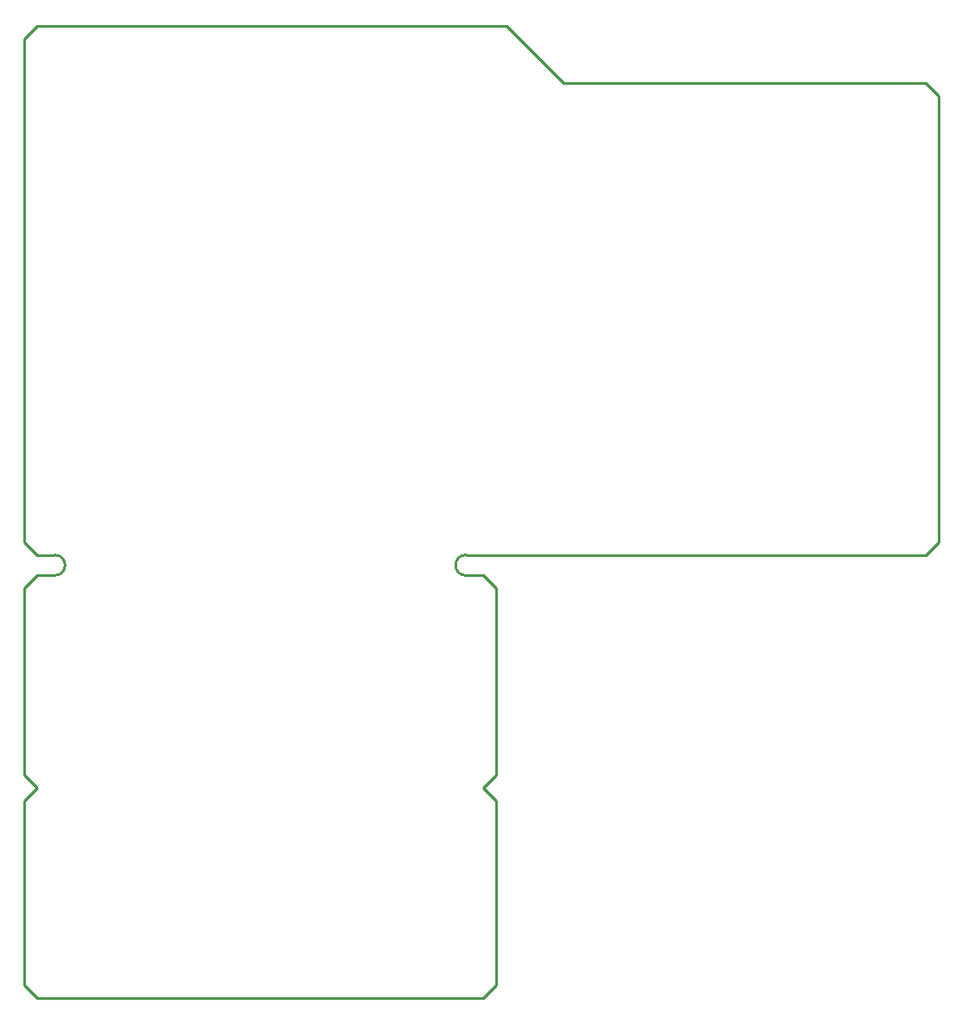
<source format=gko>
G04 Layer_Color=16711935*
%FSLAX25Y25*%
%MOIN*%
G70*
G01*
G75*
%ADD98C,0.01000*%
D98*
X170307Y0D02*
G03*
X170307Y-7874I0J-3937D01*
G01*
X11811D02*
G03*
X11811Y0I0J3937D01*
G01*
X5118Y-7874D02*
X11811D01*
X170307D02*
X177118D01*
X170307Y0D02*
X177118D01*
X5000D02*
X11811D01*
X347500D02*
X352500Y5000D01*
X0D02*
X5000Y0D01*
X0Y199000D02*
X5000Y204000D01*
X186000D01*
X0Y5000D02*
Y199000D01*
X186000Y204000D02*
X208000Y182000D01*
X347500D01*
X352500Y5000D02*
Y177000D01*
X347500Y182000D02*
X352500Y177000D01*
X118Y-12874D02*
X5118Y-7874D01*
X118Y-84874D02*
Y-12874D01*
Y-84874D02*
X5118Y-89874D01*
X118Y-165874D02*
Y-94874D01*
X5118Y-89874D01*
X177118D02*
X182118Y-94874D01*
Y-165874D02*
Y-94874D01*
X177118Y-89874D02*
X182118Y-84874D01*
Y-12874D01*
X177118Y-7874D02*
X182118Y-12874D01*
X5118Y-170874D02*
X177118D01*
X182118Y-165874D01*
X118D02*
X5118Y-170874D01*
X177118Y0D02*
X347500D01*
M02*

</source>
